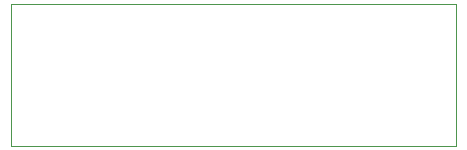
<source format=gbr>
G04 #@! TF.GenerationSoftware,KiCad,Pcbnew,(5.1.2-1)-1*
G04 #@! TF.CreationDate,2019-10-10T21:18:58-06:00*
G04 #@! TF.ProjectId,usb-target,7573622d-7461-4726-9765-742e6b696361,rev?*
G04 #@! TF.SameCoordinates,Original*
G04 #@! TF.FileFunction,Profile,NP*
%FSLAX46Y46*%
G04 Gerber Fmt 4.6, Leading zero omitted, Abs format (unit mm)*
G04 Created by KiCad (PCBNEW (5.1.2-1)-1) date 2019-10-10 21:18:58*
%MOMM*%
%LPD*%
G04 APERTURE LIST*
%ADD10C,0.050000*%
G04 APERTURE END LIST*
D10*
X94107000Y-92608400D02*
X94640400Y-92608400D01*
X94640400Y-80568800D02*
X94640400Y-92608400D01*
X57023000Y-92633800D02*
X94107000Y-92608400D01*
X57023000Y-80568800D02*
X57023000Y-92633800D01*
X57023000Y-80568800D02*
X94640400Y-80568800D01*
M02*

</source>
